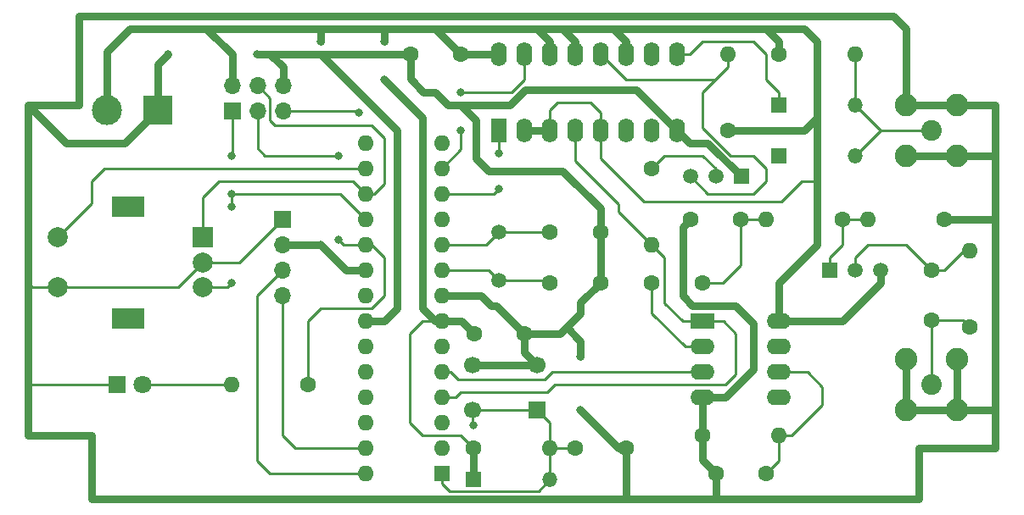
<source format=gbr>
%TF.GenerationSoftware,KiCad,Pcbnew,(6.0.6)*%
%TF.CreationDate,2022-10-04T18:50:56+01:00*%
%TF.ProjectId,VideoTrigger,56696465-6f54-4726-9967-6765722e6b69,rev?*%
%TF.SameCoordinates,Original*%
%TF.FileFunction,Copper,L2,Bot*%
%TF.FilePolarity,Positive*%
%FSLAX46Y46*%
G04 Gerber Fmt 4.6, Leading zero omitted, Abs format (unit mm)*
G04 Created by KiCad (PCBNEW (6.0.6)) date 2022-10-04 18:50:56*
%MOMM*%
%LPD*%
G01*
G04 APERTURE LIST*
%TA.AperFunction,ComponentPad*%
%ADD10R,1.500000X1.500000*%
%TD*%
%TA.AperFunction,ComponentPad*%
%ADD11C,1.500000*%
%TD*%
%TA.AperFunction,ComponentPad*%
%ADD12R,3.000000X3.000000*%
%TD*%
%TA.AperFunction,ComponentPad*%
%ADD13C,3.000000*%
%TD*%
%TA.AperFunction,ComponentPad*%
%ADD14R,1.600000X1.600000*%
%TD*%
%TA.AperFunction,ComponentPad*%
%ADD15O,1.600000X1.600000*%
%TD*%
%TA.AperFunction,ComponentPad*%
%ADD16O,1.700000X1.700000*%
%TD*%
%TA.AperFunction,ComponentPad*%
%ADD17R,1.700000X1.700000*%
%TD*%
%TA.AperFunction,ComponentPad*%
%ADD18C,2.050000*%
%TD*%
%TA.AperFunction,ComponentPad*%
%ADD19C,2.250000*%
%TD*%
%TA.AperFunction,ComponentPad*%
%ADD20R,1.600000X2.400000*%
%TD*%
%TA.AperFunction,ComponentPad*%
%ADD21O,1.600000X2.400000*%
%TD*%
%TA.AperFunction,ComponentPad*%
%ADD22R,2.400000X1.600000*%
%TD*%
%TA.AperFunction,ComponentPad*%
%ADD23O,2.400000X1.600000*%
%TD*%
%TA.AperFunction,ComponentPad*%
%ADD24R,2.000000X2.000000*%
%TD*%
%TA.AperFunction,ComponentPad*%
%ADD25C,2.000000*%
%TD*%
%TA.AperFunction,ComponentPad*%
%ADD26R,3.200000X2.000000*%
%TD*%
%TA.AperFunction,ComponentPad*%
%ADD27C,1.700000*%
%TD*%
%TA.AperFunction,ComponentPad*%
%ADD28C,1.600000*%
%TD*%
%TA.AperFunction,ComponentPad*%
%ADD29O,1.500000X1.500000*%
%TD*%
%TA.AperFunction,ComponentPad*%
%ADD30R,1.800000X1.800000*%
%TD*%
%TA.AperFunction,ComponentPad*%
%ADD31C,1.800000*%
%TD*%
%TA.AperFunction,ViaPad*%
%ADD32C,0.800000*%
%TD*%
%TA.AperFunction,Conductor*%
%ADD33C,0.250000*%
%TD*%
%TA.AperFunction,Conductor*%
%ADD34C,0.800000*%
%TD*%
G04 APERTURE END LIST*
D10*
%TO.P,Q2,1,E*%
%TO.N,GND*%
X181620000Y-129090000D03*
D11*
%TO.P,Q2,2,B*%
%TO.N,Net-(R6-Pad1)*%
X179080000Y-129090000D03*
%TO.P,Q2,3,C*%
%TO.N,Net-(R5-Pad2)*%
X176540000Y-129090000D03*
%TD*%
D10*
%TO.P,Q1,1,E*%
%TO.N,Net-(R1-Pad1)*%
X190500000Y-138430000D03*
D11*
%TO.P,Q1,2,B*%
%TO.N,Net-(C9-Pad1)*%
X193040000Y-138430000D03*
%TO.P,Q1,3,C*%
%TO.N,+5V*%
X195580000Y-138430000D03*
%TD*%
D12*
%TO.P,J3,1,Pin_1*%
%TO.N,GND*%
X123444000Y-122428000D03*
D13*
%TO.P,J3,2,Pin_2*%
%TO.N,+5V*%
X118364000Y-122428000D03*
%TD*%
D14*
%TO.P,U1,1,~{RESET}/PC6*%
%TO.N,Net-(C7-Pad1)*%
X151765000Y-158750000D03*
D15*
%TO.P,U1,2,PD0*%
%TO.N,unconnected-(U1-Pad2)*%
X151765000Y-156210000D03*
%TO.P,U1,3,PD1*%
%TO.N,unconnected-(U1-Pad3)*%
X151765000Y-153670000D03*
%TO.P,U1,4,PD2*%
%TO.N,CSYNC*%
X151765000Y-151130000D03*
%TO.P,U1,5,PD3*%
%TO.N,FRAME*%
X151765000Y-148590000D03*
%TO.P,U1,6,PD4*%
%TO.N,unconnected-(U1-Pad6)*%
X151765000Y-146050000D03*
%TO.P,U1,7,VCC*%
%TO.N,+5V*%
X151765000Y-143510000D03*
%TO.P,U1,8,GND*%
%TO.N,GND*%
X151765000Y-140970000D03*
%TO.P,U1,9,XTAL1/PB6*%
%TO.N,Net-(C5-Pad2)*%
X151765000Y-138430000D03*
%TO.P,U1,10,XTAL2/PB7*%
%TO.N,Net-(C6-Pad2)*%
X151765000Y-135890000D03*
%TO.P,U1,11,PD5*%
%TO.N,unconnected-(U1-Pad11)*%
X151765000Y-133350000D03*
%TO.P,U1,12,PD6*%
%TO.N,ARM*%
X151765000Y-130810000D03*
%TO.P,U1,13,PD7*%
%TO.N,ARMN*%
X151765000Y-128270000D03*
%TO.P,U1,14,PB0*%
%TO.N,unconnected-(U1-Pad14)*%
X151765000Y-125730000D03*
%TO.P,U1,15,PB1*%
%TO.N,unconnected-(U1-Pad15)*%
X144145000Y-125730000D03*
%TO.P,U1,16,PB2*%
%TO.N,SW*%
X144145000Y-128270000D03*
%TO.P,U1,17,PB3*%
%TO.N,ENCA*%
X144145000Y-130810000D03*
%TO.P,U1,18,PB4*%
%TO.N,ENCB*%
X144145000Y-133350000D03*
%TO.P,U1,19,PB5*%
%TO.N,Net-(J2-Pad3)*%
X144145000Y-135890000D03*
%TO.P,U1,20,AVCC*%
%TO.N,+5V*%
X144145000Y-138430000D03*
%TO.P,U1,21,AREF*%
%TO.N,unconnected-(U1-Pad21)*%
X144145000Y-140970000D03*
%TO.P,U1,22,GND*%
%TO.N,GND*%
X144145000Y-143510000D03*
%TO.P,U1,23,PC0*%
%TO.N,unconnected-(U1-Pad23)*%
X144145000Y-146050000D03*
%TO.P,U1,24,PC1*%
%TO.N,unconnected-(U1-Pad24)*%
X144145000Y-148590000D03*
%TO.P,U1,25,PC2*%
%TO.N,unconnected-(U1-Pad25)*%
X144145000Y-151130000D03*
%TO.P,U1,26,PC3*%
%TO.N,unconnected-(U1-Pad26)*%
X144145000Y-153670000D03*
%TO.P,U1,27,PC4*%
%TO.N,SDA*%
X144145000Y-156210000D03*
%TO.P,U1,28,PC5*%
%TO.N,SCL*%
X144145000Y-158750000D03*
%TD*%
D11*
%TO.P,Y1,1,1*%
%TO.N,Net-(C6-Pad2)*%
X157480000Y-134620000D03*
%TO.P,Y1,2,2*%
%TO.N,Net-(C5-Pad2)*%
X157480000Y-139500000D03*
%TD*%
D16*
%TO.P,U4,4,SDA*%
%TO.N,SDA*%
X135890000Y-140970000D03*
%TO.P,U4,3,SCL*%
%TO.N,SCL*%
X135890000Y-138430000D03*
%TO.P,U4,2,VCC*%
%TO.N,+5V*%
X135890000Y-135890000D03*
D17*
%TO.P,U4,1,GND*%
%TO.N,GND*%
X135890000Y-133350000D03*
%TD*%
D18*
%TO.P,J5,1,In*%
%TO.N,Net-(D3-Pad2)*%
X200660000Y-124460000D03*
D19*
%TO.P,J5,2,Ext*%
%TO.N,GND*%
X203200000Y-127000000D03*
X198120000Y-127000000D03*
X198120000Y-121920000D03*
X203200000Y-121920000D03*
%TD*%
%TO.P,J1,2,Ext*%
%TO.N,GND*%
X198120000Y-147320000D03*
X198120000Y-152400000D03*
X203200000Y-152400000D03*
X203200000Y-147320000D03*
D18*
%TO.P,J1,1,In*%
%TO.N,Net-(C9-Pad2)*%
X200660000Y-149860000D03*
%TD*%
D20*
%TO.P,U3,1,~{R}*%
%TO.N,ARM*%
X157480000Y-124460000D03*
D21*
%TO.P,U3,2,J*%
%TO.N,+5V*%
X160020000Y-124460000D03*
%TO.P,U3,3,~{K}*%
X162560000Y-124460000D03*
%TO.P,U3,4,C*%
%TO.N,CSYNC*%
X165100000Y-124460000D03*
%TO.P,U3,5,~{S}*%
%TO.N,+5V*%
X167640000Y-124460000D03*
%TO.P,U3,6,Q*%
%TO.N,unconnected-(U3-Pad6)*%
X170180000Y-124460000D03*
%TO.P,U3,7,~{Q}*%
%TO.N,Net-(D4-Pad1)*%
X172720000Y-124460000D03*
%TO.P,U3,8,GND*%
%TO.N,GND*%
X175260000Y-124460000D03*
%TO.P,U3,9,~{Q}*%
%TO.N,Net-(D3-Pad1)*%
X175260000Y-116840000D03*
%TO.P,U3,10,Q*%
%TO.N,unconnected-(U3-Pad10)*%
X172720000Y-116840000D03*
%TO.P,U3,11,~{S}*%
%TO.N,+5V*%
X170180000Y-116840000D03*
%TO.P,U3,12,C*%
%TO.N,Net-(R5-Pad2)*%
X167640000Y-116840000D03*
%TO.P,U3,13,~{K}*%
%TO.N,+5V*%
X165100000Y-116840000D03*
%TO.P,U3,14,J*%
X162560000Y-116840000D03*
%TO.P,U3,15,~{R}*%
%TO.N,ARMN*%
X160020000Y-116840000D03*
%TO.P,U3,16,VCC*%
%TO.N,+5V*%
X157480000Y-116840000D03*
%TD*%
D22*
%TO.P,U2,1,CSYNC*%
%TO.N,CSYNC*%
X177785000Y-143520000D03*
D23*
%TO.P,U2,2,VIDEO*%
%TO.N,Net-(C3-Pad1)*%
X177785000Y-146060000D03*
%TO.P,U2,3,FRAME*%
%TO.N,FRAME*%
X177785000Y-148600000D03*
%TO.P,U2,4,GND*%
%TO.N,GND*%
X177785000Y-151140000D03*
%TO.P,U2,5,BURST*%
%TO.N,unconnected-(U2-Pad5)*%
X185405000Y-151140000D03*
%TO.P,U2,6,INT*%
%TO.N,Net-(C4-Pad1)*%
X185405000Y-148600000D03*
%TO.P,U2,7,O/E*%
%TO.N,unconnected-(U2-Pad7)*%
X185405000Y-146060000D03*
%TO.P,U2,8,VCC*%
%TO.N,+5V*%
X185405000Y-143520000D03*
%TD*%
D24*
%TO.P,SW2,A,A*%
%TO.N,ENCA*%
X127900000Y-135168000D03*
D25*
%TO.P,SW2,B,B*%
%TO.N,ENCB*%
X127900000Y-140168000D03*
%TO.P,SW2,C,C*%
%TO.N,GND*%
X127900000Y-137668000D03*
D26*
%TO.P,SW2,MP*%
%TO.N,N/C*%
X120400000Y-143268000D03*
X120400000Y-132068000D03*
D25*
%TO.P,SW2,S1,S1*%
%TO.N,GND*%
X113400000Y-140168000D03*
%TO.P,SW2,S2,S2*%
%TO.N,SW*%
X113400000Y-135168000D03*
%TD*%
D27*
%TO.P,SW1,1,1*%
%TO.N,Net-(C7-Pad1)*%
X154790000Y-152400000D03*
D17*
X161290000Y-152400000D03*
D27*
%TO.P,SW1,2,2*%
%TO.N,GND*%
X154790000Y-147900000D03*
X161290000Y-147900000D03*
%TD*%
D28*
%TO.P,R9,1*%
%TO.N,GND*%
X201930000Y-133350000D03*
D15*
%TO.P,R9,2*%
%TO.N,Net-(R1-Pad1)*%
X194310000Y-133350000D03*
%TD*%
%TO.P,R8,2*%
%TO.N,Net-(C9-Pad1)*%
X204470000Y-136525000D03*
D28*
%TO.P,R8,1*%
%TO.N,Net-(C9-Pad2)*%
X204470000Y-144145000D03*
%TD*%
%TO.P,R7,1*%
%TO.N,+5V*%
X185420000Y-116840000D03*
D15*
%TO.P,R7,2*%
%TO.N,Net-(D3-Pad2)*%
X193040000Y-116840000D03*
%TD*%
D28*
%TO.P,R6,1*%
%TO.N,Net-(R6-Pad1)*%
X172720000Y-128270000D03*
D15*
%TO.P,R6,2*%
%TO.N,CSYNC*%
X172720000Y-135890000D03*
%TD*%
D28*
%TO.P,R5,1*%
%TO.N,+5V*%
X180340000Y-124460000D03*
D15*
%TO.P,R5,2*%
%TO.N,Net-(R5-Pad2)*%
X180340000Y-116840000D03*
%TD*%
D28*
%TO.P,R4,1*%
%TO.N,+5V*%
X154940000Y-156210000D03*
D15*
%TO.P,R4,2*%
%TO.N,Net-(C7-Pad1)*%
X162560000Y-156210000D03*
%TD*%
D28*
%TO.P,R3,1*%
%TO.N,Net-(J2-Pad3)*%
X138430000Y-149860000D03*
D15*
%TO.P,R3,2*%
%TO.N,Net-(R3-Pad2)*%
X130810000Y-149860000D03*
%TD*%
D28*
%TO.P,R2,1*%
%TO.N,GND*%
X177800000Y-154940000D03*
D15*
%TO.P,R2,2*%
%TO.N,Net-(C4-Pad1)*%
X185420000Y-154940000D03*
%TD*%
D28*
%TO.P,R1,1*%
%TO.N,Net-(R1-Pad1)*%
X191770000Y-133350000D03*
D15*
%TO.P,R1,2*%
%TO.N,Net-(C2-Pad1)*%
X184150000Y-133350000D03*
%TD*%
D17*
%TO.P,J2,1,Pin_1*%
%TO.N,ENCB*%
X130825000Y-122560000D03*
D16*
%TO.P,J2,2,Pin_2*%
%TO.N,+5V*%
X130825000Y-120020000D03*
%TO.P,J2,3,Pin_3*%
%TO.N,Net-(J2-Pad3)*%
X133365000Y-122560000D03*
%TO.P,J2,4,Pin_4*%
%TO.N,ENCA*%
X133365000Y-120020000D03*
%TO.P,J2,5,Pin_5*%
%TO.N,Net-(C7-Pad1)*%
X135905000Y-122560000D03*
%TO.P,J2,6,Pin_6*%
%TO.N,GND*%
X135905000Y-120020000D03*
%TD*%
D10*
%TO.P,D4,1,K*%
%TO.N,Net-(D4-Pad1)*%
X185420000Y-127000000D03*
D29*
%TO.P,D4,2,A*%
%TO.N,Net-(D3-Pad2)*%
X193040000Y-127000000D03*
%TD*%
D10*
%TO.P,D3,1,K*%
%TO.N,Net-(D3-Pad1)*%
X185420000Y-121920000D03*
D29*
%TO.P,D3,2,A*%
%TO.N,Net-(D3-Pad2)*%
X193040000Y-121920000D03*
%TD*%
D10*
%TO.P,D2,1,K*%
%TO.N,+5V*%
X154940000Y-159385000D03*
D29*
%TO.P,D2,2,A*%
%TO.N,Net-(C7-Pad1)*%
X162560000Y-159385000D03*
%TD*%
D30*
%TO.P,D1,1,K*%
%TO.N,GND*%
X119380000Y-149860000D03*
D31*
%TO.P,D1,2,A*%
%TO.N,Net-(R3-Pad2)*%
X121920000Y-149860000D03*
%TD*%
D28*
%TO.P,C9,1*%
%TO.N,Net-(C9-Pad1)*%
X200660000Y-138430000D03*
%TO.P,C9,2*%
%TO.N,Net-(C9-Pad2)*%
X200660000Y-143430000D03*
%TD*%
%TO.P,C8,1*%
%TO.N,+5V*%
X153630000Y-116840000D03*
%TO.P,C8,2*%
%TO.N,GND*%
X148630000Y-116840000D03*
%TD*%
%TO.P,C7,1*%
%TO.N,Net-(C7-Pad1)*%
X165100000Y-156210000D03*
%TO.P,C7,2*%
%TO.N,GND*%
X170100000Y-156210000D03*
%TD*%
%TO.P,C6,1*%
%TO.N,GND*%
X167560000Y-134620000D03*
%TO.P,C6,2*%
%TO.N,Net-(C6-Pad2)*%
X162560000Y-134620000D03*
%TD*%
%TO.P,C5,1*%
%TO.N,GND*%
X167560000Y-139700000D03*
%TO.P,C5,2*%
%TO.N,Net-(C5-Pad2)*%
X162560000Y-139700000D03*
%TD*%
%TO.P,C4,1*%
%TO.N,Net-(C4-Pad1)*%
X184150000Y-158750000D03*
%TO.P,C4,2*%
%TO.N,GND*%
X179150000Y-158750000D03*
%TD*%
%TO.P,C3,2*%
%TO.N,Net-(C2-Pad1)*%
X177720000Y-139700000D03*
%TO.P,C3,1*%
%TO.N,Net-(C3-Pad1)*%
X172720000Y-139700000D03*
%TD*%
%TO.P,C2,1*%
%TO.N,Net-(C2-Pad1)*%
X181610000Y-133350000D03*
%TO.P,C2,2*%
%TO.N,GND*%
X176610000Y-133350000D03*
%TD*%
%TO.P,C1,1*%
%TO.N,+5V*%
X155020000Y-144780000D03*
%TO.P,C1,2*%
%TO.N,GND*%
X160020000Y-144780000D03*
%TD*%
D32*
%TO.N,Net-(J2-Pad3)*%
X141478000Y-135382000D03*
X141478000Y-127000000D03*
%TO.N,Net-(C7-Pad1)*%
X143510000Y-122682000D03*
X154940000Y-153924000D03*
%TO.N,ARM*%
X157480000Y-130302000D03*
X157480000Y-126746000D03*
%TO.N,GND*%
X165608000Y-147066000D03*
X165608000Y-152400000D03*
%TO.N,+5V*%
X146050000Y-119380000D03*
X146050000Y-115570000D03*
X139700000Y-115570000D03*
X139700000Y-135890000D03*
%TO.N,ENCB*%
X130810000Y-139700000D03*
X130810000Y-132080000D03*
X130810000Y-127000000D03*
X130810000Y-130810000D03*
%TO.N,ARMN*%
X153670000Y-120650000D03*
X153670000Y-124460000D03*
%TO.N,GND*%
X133350000Y-116840000D03*
X124460000Y-116840000D03*
%TD*%
D33*
%TO.N,Net-(C7-Pad1)*%
X152530000Y-160565000D02*
X161380000Y-160565000D01*
X151765000Y-159800000D02*
X152530000Y-160565000D01*
X151765000Y-158750000D02*
X151765000Y-159800000D01*
D34*
%TO.N,+5V*%
X154940000Y-159385000D02*
X154940000Y-156210000D01*
D33*
%TO.N,Net-(C7-Pad1)*%
X161380000Y-160565000D02*
X162560000Y-159385000D01*
X162560000Y-159385000D02*
X162560000Y-156210000D01*
%TO.N,Net-(C9-Pad2)*%
X200660000Y-149860000D02*
X200660000Y-143430000D01*
X203755000Y-143430000D02*
X204470000Y-144145000D01*
X200660000Y-143430000D02*
X203755000Y-143430000D01*
%TO.N,Net-(C9-Pad1)*%
X198120000Y-135890000D02*
X200660000Y-138430000D01*
X194310000Y-135890000D02*
X198120000Y-135890000D01*
X193040000Y-137160000D02*
X194310000Y-135890000D01*
X193040000Y-138430000D02*
X193040000Y-137160000D01*
X201930000Y-138430000D02*
X203835000Y-136525000D01*
X200660000Y-138430000D02*
X201930000Y-138430000D01*
X203835000Y-136525000D02*
X204470000Y-136525000D01*
%TO.N,Net-(C4-Pad1)*%
X188224000Y-148600000D02*
X185405000Y-148600000D01*
X189738000Y-150114000D02*
X188224000Y-148600000D01*
X189738000Y-151892000D02*
X189738000Y-150114000D01*
X186690000Y-154940000D02*
X189738000Y-151892000D01*
X185420000Y-154940000D02*
X186690000Y-154940000D01*
X184150000Y-158750000D02*
X185420000Y-157480000D01*
D34*
%TO.N,GND*%
X177785000Y-151140000D02*
X177785000Y-154925000D01*
X177785000Y-154925000D02*
X177800000Y-154940000D01*
X177800000Y-157400000D02*
X179150000Y-158750000D01*
X177800000Y-154940000D02*
X177800000Y-157400000D01*
D33*
%TO.N,Net-(C4-Pad1)*%
X185420000Y-157480000D02*
X185420000Y-154940000D01*
D34*
%TO.N,GND*%
X179150000Y-158750000D02*
X179150000Y-161210000D01*
X179150000Y-161210000D02*
X179070000Y-161290000D01*
D33*
%TO.N,ENCA*%
X144780000Y-123952000D02*
X135128000Y-123952000D01*
X134620000Y-123444000D02*
X134620000Y-121275000D01*
X134620000Y-121275000D02*
X133365000Y-120020000D01*
X146050000Y-125222000D02*
X144780000Y-123952000D01*
X146050000Y-129794000D02*
X146050000Y-125222000D01*
X144145000Y-130810000D02*
X145034000Y-130810000D01*
X145034000Y-130810000D02*
X146050000Y-129794000D01*
X135128000Y-123952000D02*
X134620000Y-123444000D01*
%TO.N,Net-(J2-Pad3)*%
X141986000Y-135890000D02*
X144145000Y-135890000D01*
X141478000Y-135382000D02*
X141986000Y-135890000D01*
X133365000Y-126253000D02*
X134112000Y-127000000D01*
X134112000Y-127000000D02*
X141478000Y-127000000D01*
X133365000Y-122560000D02*
X133365000Y-126253000D01*
D34*
%TO.N,GND*%
X156718000Y-141986000D02*
X157226000Y-141986000D01*
X155702000Y-140970000D02*
X156718000Y-141986000D01*
X151765000Y-140970000D02*
X155702000Y-140970000D01*
X157226000Y-141986000D02*
X160020000Y-144780000D01*
D33*
%TO.N,Net-(C7-Pad1)*%
X143388000Y-122560000D02*
X135905000Y-122560000D01*
X143510000Y-122682000D02*
X143388000Y-122560000D01*
X154790000Y-153774000D02*
X154940000Y-153924000D01*
X154790000Y-152400000D02*
X154790000Y-153774000D01*
%TO.N,Net-(R3-Pad2)*%
X121920000Y-149860000D02*
X130810000Y-149860000D01*
D34*
%TO.N,GND*%
X206756000Y-133350000D02*
X207010000Y-133604000D01*
X201930000Y-133350000D02*
X206756000Y-133350000D01*
X207010000Y-133604000D02*
X207010000Y-152400000D01*
X207010000Y-126746000D02*
X207010000Y-133604000D01*
D33*
%TO.N,Net-(D3-Pad2)*%
X193040000Y-121920000D02*
X193040000Y-116840000D01*
X193040000Y-127000000D02*
X195580000Y-124460000D01*
X195580000Y-124460000D02*
X200660000Y-124460000D01*
X193040000Y-121920000D02*
X195580000Y-124460000D01*
D34*
%TO.N,GND*%
X203200000Y-127000000D02*
X206756000Y-127000000D01*
X206756000Y-127000000D02*
X207010000Y-126746000D01*
X207010000Y-121920000D02*
X207010000Y-126746000D01*
X198120000Y-127000000D02*
X203200000Y-127000000D01*
X180076000Y-151140000D02*
X177785000Y-151140000D01*
X182880000Y-148336000D02*
X180076000Y-151140000D01*
X182880000Y-143764000D02*
X182880000Y-148336000D01*
X181102000Y-141986000D02*
X182880000Y-143764000D01*
X176784000Y-141986000D02*
X181102000Y-141986000D01*
X175810001Y-141012001D02*
X176784000Y-141986000D01*
X175810001Y-134149999D02*
X175810001Y-141012001D01*
X176610000Y-133350000D02*
X175810001Y-134149999D01*
D33*
%TO.N,Net-(C2-Pad1)*%
X181610000Y-137922000D02*
X181610000Y-133350000D01*
X179832000Y-139700000D02*
X181610000Y-137922000D01*
X177720000Y-139700000D02*
X179832000Y-139700000D01*
%TO.N,CSYNC*%
X173990000Y-141732000D02*
X173990000Y-137160000D01*
X173990000Y-137160000D02*
X172720000Y-135890000D01*
X175778000Y-143520000D02*
X173990000Y-141732000D01*
X177785000Y-143520000D02*
X175778000Y-143520000D01*
%TO.N,Net-(C3-Pad1)*%
X172720000Y-142748000D02*
X172720000Y-139700000D01*
X176032000Y-146060000D02*
X172720000Y-142748000D01*
X177785000Y-146060000D02*
X176032000Y-146060000D01*
%TO.N,Net-(C2-Pad1)*%
X181610000Y-133350000D02*
X184150000Y-133350000D01*
%TO.N,CSYNC*%
X169418000Y-131826000D02*
X169418000Y-132588000D01*
X165100000Y-127508000D02*
X169418000Y-131826000D01*
X169418000Y-132588000D02*
X172720000Y-135890000D01*
X165100000Y-124460000D02*
X165100000Y-127508000D01*
%TO.N,+5V*%
X187706000Y-129540000D02*
X189230000Y-129540000D01*
X185674000Y-131572000D02*
X187706000Y-129540000D01*
X171958000Y-131572000D02*
X185674000Y-131572000D01*
X167640000Y-127254000D02*
X171958000Y-131572000D01*
X167640000Y-124460000D02*
X167640000Y-127254000D01*
D34*
X189230000Y-123190000D02*
X189230000Y-129540000D01*
X189230000Y-129540000D02*
X189230000Y-135890000D01*
D33*
X167640000Y-122682000D02*
X167640000Y-124460000D01*
X163322000Y-121666000D02*
X166624000Y-121666000D01*
X166624000Y-121666000D02*
X167640000Y-122682000D01*
X162560000Y-122428000D02*
X163322000Y-121666000D01*
X162560000Y-124460000D02*
X162560000Y-122428000D01*
D34*
%TO.N,GND*%
X158505304Y-121920000D02*
X160029304Y-120396000D01*
X171196000Y-120396000D02*
X175260000Y-124460000D01*
X152400000Y-121920000D02*
X158505304Y-121920000D01*
X160029304Y-120396000D02*
X171196000Y-120396000D01*
X156464000Y-128524000D02*
X163830000Y-128524000D01*
X155194000Y-127254000D02*
X156464000Y-128524000D01*
X163830000Y-128524000D02*
X167560000Y-132254000D01*
X167560000Y-132254000D02*
X167560000Y-134620000D01*
X155194000Y-123444000D02*
X155194000Y-127254000D01*
X153670000Y-121920000D02*
X155194000Y-123444000D01*
X152400000Y-121920000D02*
X153670000Y-121920000D01*
D33*
%TO.N,ARM*%
X157480000Y-126746000D02*
X157480000Y-124460000D01*
X156972000Y-130810000D02*
X157480000Y-130302000D01*
X151765000Y-130810000D02*
X156972000Y-130810000D01*
D34*
%TO.N,GND*%
X165608000Y-145542000D02*
X164211000Y-144145000D01*
X165608000Y-147066000D02*
X165608000Y-145542000D01*
X163576000Y-144780000D02*
X164211000Y-144145000D01*
X164211000Y-144145000D02*
X165608000Y-142748000D01*
X170100000Y-156210000D02*
X169418000Y-156210000D01*
X169418000Y-156210000D02*
X165608000Y-152400000D01*
D33*
%TO.N,Net-(C6-Pad2)*%
X157480000Y-134620000D02*
X162560000Y-134620000D01*
X156210000Y-135890000D02*
X157480000Y-134620000D01*
X151765000Y-135890000D02*
X156210000Y-135890000D01*
%TO.N,Net-(C5-Pad2)*%
X162360000Y-139500000D02*
X162560000Y-139700000D01*
X157480000Y-139500000D02*
X162360000Y-139500000D01*
X156410000Y-138430000D02*
X157480000Y-139500000D01*
X151765000Y-138430000D02*
X156410000Y-138430000D01*
D34*
%TO.N,GND*%
X167560000Y-134620000D02*
X167560000Y-139700000D01*
X165608000Y-141652000D02*
X167560000Y-139700000D01*
X165608000Y-142748000D02*
X165608000Y-141652000D01*
X160020000Y-144780000D02*
X163576000Y-144780000D01*
D33*
%TO.N,FRAME*%
X162804000Y-148600000D02*
X177785000Y-148600000D01*
X162052000Y-149352000D02*
X162804000Y-148600000D01*
X153416000Y-149352000D02*
X162052000Y-149352000D01*
X151765000Y-148590000D02*
X152654000Y-148590000D01*
X152654000Y-148590000D02*
X153416000Y-149352000D01*
%TO.N,CSYNC*%
X179842000Y-143520000D02*
X177785000Y-143520000D01*
X181102000Y-148844000D02*
X181102000Y-144780000D01*
X180086000Y-149860000D02*
X181102000Y-148844000D01*
X163068000Y-149860000D02*
X180086000Y-149860000D01*
X162306000Y-150622000D02*
X163068000Y-149860000D01*
X153670000Y-150622000D02*
X162306000Y-150622000D01*
X153162000Y-151130000D02*
X153670000Y-150622000D01*
X151765000Y-151130000D02*
X153162000Y-151130000D01*
X181102000Y-144780000D02*
X179842000Y-143520000D01*
D34*
%TO.N,+5V*%
X146050000Y-119380000D02*
X149860000Y-123190000D01*
D33*
X149860000Y-143510000D02*
X151130000Y-143510000D01*
D34*
X149860000Y-123190000D02*
X149860000Y-142240000D01*
X149860000Y-142240000D02*
X151130000Y-143510000D01*
D33*
X151130000Y-143510000D02*
X151765000Y-143510000D01*
D34*
X146050000Y-114300000D02*
X146050000Y-115570000D01*
X146050000Y-114300000D02*
X151130000Y-114300000D01*
X139700000Y-114300000D02*
X146050000Y-114300000D01*
X139700000Y-135890000D02*
X142240000Y-138430000D01*
X142240000Y-138430000D02*
X144145000Y-138430000D01*
X139700000Y-135890000D02*
X135890000Y-135890000D01*
X139700000Y-114300000D02*
X139700000Y-115570000D01*
X128270000Y-114300000D02*
X139700000Y-114300000D01*
D33*
%TO.N,Net-(J2-Pad3)*%
X144780000Y-142240000D02*
X139700000Y-142240000D01*
X139700000Y-142240000D02*
X138430000Y-143510000D01*
X146050000Y-137160000D02*
X146050000Y-140970000D01*
X146050000Y-140970000D02*
X144780000Y-142240000D01*
X144780000Y-135890000D02*
X146050000Y-137160000D01*
X144145000Y-135890000D02*
X144780000Y-135890000D01*
X138430000Y-143510000D02*
X138430000Y-149860000D01*
D34*
%TO.N,GND*%
X147320000Y-124460000D02*
X139700000Y-116840000D01*
X147320000Y-142240000D02*
X147320000Y-124460000D01*
X144780000Y-143510000D02*
X146050000Y-143510000D01*
X146050000Y-143510000D02*
X147320000Y-142240000D01*
D33*
%TO.N,SCL*%
X133350000Y-157480000D02*
X134620000Y-158750000D01*
X133350000Y-140970000D02*
X133350000Y-157480000D01*
X135890000Y-138430000D02*
X133350000Y-140970000D01*
X134620000Y-158750000D02*
X144145000Y-158750000D01*
%TO.N,SDA*%
X137160000Y-156210000D02*
X144145000Y-156210000D01*
X135890000Y-154940000D02*
X137160000Y-156210000D01*
X135890000Y-140970000D02*
X135890000Y-154940000D01*
D34*
%TO.N,GND*%
X149940000Y-120650000D02*
X151130000Y-120650000D01*
X151130000Y-120650000D02*
X152400000Y-121920000D01*
X148630000Y-119340000D02*
X149940000Y-120650000D01*
X148630000Y-116840000D02*
X148630000Y-119340000D01*
X139700000Y-116840000D02*
X148630000Y-116840000D01*
X134620000Y-116840000D02*
X139700000Y-116840000D01*
D33*
X144145000Y-143510000D02*
X144780000Y-143510000D01*
%TO.N,SW*%
X116840000Y-129540000D02*
X118110000Y-128270000D01*
X116840000Y-131728000D02*
X116840000Y-129540000D01*
X118110000Y-128270000D02*
X144145000Y-128270000D01*
X113400000Y-135168000D02*
X116840000Y-131728000D01*
%TO.N,ENCB*%
X130342000Y-140168000D02*
X127900000Y-140168000D01*
X130810000Y-139700000D02*
X130342000Y-140168000D01*
X130810000Y-130810000D02*
X130810000Y-132080000D01*
X130810000Y-127000000D02*
X130825000Y-126985000D01*
X130825000Y-126985000D02*
X130825000Y-122560000D01*
X140970000Y-130810000D02*
X130810000Y-130810000D01*
X141605000Y-130810000D02*
X140970000Y-130810000D01*
X144145000Y-133350000D02*
X141605000Y-130810000D01*
%TO.N,ENCA*%
X129540000Y-129540000D02*
X127900000Y-131180000D01*
X127900000Y-131180000D02*
X127900000Y-135168000D01*
X142875000Y-129540000D02*
X129540000Y-129540000D01*
X144145000Y-130810000D02*
X142875000Y-129540000D01*
%TO.N,GND*%
X125400000Y-140168000D02*
X113400000Y-140168000D01*
X127900000Y-137668000D02*
X125400000Y-140168000D01*
X119380000Y-149860000D02*
X110490000Y-149860000D01*
D34*
X110490000Y-149860000D02*
X110490000Y-139700000D01*
X110490000Y-154940000D02*
X110490000Y-149860000D01*
D33*
X110958000Y-140168000D02*
X110490000Y-139700000D01*
X113400000Y-140168000D02*
X110958000Y-140168000D01*
D34*
X110490000Y-139700000D02*
X110490000Y-121920000D01*
D33*
X131572000Y-137668000D02*
X135890000Y-133350000D01*
X127900000Y-137668000D02*
X131572000Y-137668000D01*
%TO.N,+5V*%
X148590000Y-144780000D02*
X149860000Y-143510000D01*
X148590000Y-153670000D02*
X148590000Y-144780000D01*
X149860000Y-154940000D02*
X148590000Y-153670000D01*
X153670000Y-154940000D02*
X149860000Y-154940000D01*
X154940000Y-156210000D02*
X153670000Y-154940000D01*
%TO.N,Net-(C7-Pad1)*%
X161290000Y-152400000D02*
X154790000Y-152400000D01*
X162560000Y-153670000D02*
X161290000Y-152400000D01*
X162560000Y-156210000D02*
X162560000Y-153670000D01*
X162560000Y-156210000D02*
X165100000Y-156210000D01*
D34*
%TO.N,GND*%
X160020000Y-144780000D02*
X160020000Y-146630000D01*
X160020000Y-146630000D02*
X161290000Y-147900000D01*
X154790000Y-147900000D02*
X161290000Y-147900000D01*
X170100000Y-161210000D02*
X170180000Y-161290000D01*
X170180000Y-161290000D02*
X116840000Y-161290000D01*
X179070000Y-161290000D02*
X170180000Y-161290000D01*
X170100000Y-156210000D02*
X170100000Y-161210000D01*
X199390000Y-161290000D02*
X179070000Y-161290000D01*
D33*
%TO.N,ARMN*%
X153670000Y-126365000D02*
X151765000Y-128270000D01*
X153670000Y-124460000D02*
X153670000Y-126365000D01*
X158750000Y-120650000D02*
X153670000Y-120650000D01*
X160020000Y-119380000D02*
X158750000Y-120650000D01*
X160020000Y-116840000D02*
X160020000Y-119380000D01*
%TO.N,Net-(R5-Pad2)*%
X177800000Y-120650000D02*
X179070000Y-119380000D01*
X177800000Y-124244696D02*
X177800000Y-120650000D01*
X180555304Y-127000000D02*
X177800000Y-124244696D01*
X182880000Y-127000000D02*
X180555304Y-127000000D01*
X184150000Y-128270000D02*
X182880000Y-127000000D01*
X184150000Y-129540000D02*
X184150000Y-128270000D01*
X182880000Y-130810000D02*
X184150000Y-129540000D01*
X178260000Y-130810000D02*
X182880000Y-130810000D01*
X176540000Y-129090000D02*
X178260000Y-130810000D01*
%TO.N,Net-(R6-Pad1)*%
X179080000Y-128280000D02*
X179080000Y-129090000D01*
X177800000Y-127000000D02*
X179080000Y-128280000D01*
X173990000Y-127000000D02*
X177800000Y-127000000D01*
X172720000Y-128270000D02*
X173990000Y-127000000D01*
%TO.N,Net-(D3-Pad1)*%
X185420000Y-120650000D02*
X185420000Y-121920000D01*
X184150000Y-116840000D02*
X184150000Y-119380000D01*
X182880000Y-115570000D02*
X184150000Y-116840000D01*
X177800000Y-115570000D02*
X182880000Y-115570000D01*
X184150000Y-119380000D02*
X185420000Y-120650000D01*
X176530000Y-116840000D02*
X177800000Y-115570000D01*
X175260000Y-116840000D02*
X176530000Y-116840000D01*
%TO.N,Net-(R5-Pad2)*%
X170180000Y-119380000D02*
X179070000Y-119380000D01*
X179070000Y-119380000D02*
X180340000Y-118110000D01*
X180340000Y-118110000D02*
X180340000Y-116840000D01*
X167640000Y-116840000D02*
X170180000Y-119380000D01*
D34*
%TO.N,GND*%
X176530000Y-125730000D02*
X178260000Y-125730000D01*
X175260000Y-124460000D02*
X176530000Y-125730000D01*
X178260000Y-125730000D02*
X181620000Y-129090000D01*
X135905000Y-120020000D02*
X135905000Y-118125000D01*
X135905000Y-118125000D02*
X134620000Y-116840000D01*
X133350000Y-116840000D02*
X134620000Y-116840000D01*
X123444000Y-117856000D02*
X124460000Y-116840000D01*
X123444000Y-122428000D02*
X123444000Y-117856000D01*
%TO.N,+5V*%
X153750000Y-143510000D02*
X155020000Y-144780000D01*
X151765000Y-143510000D02*
X153750000Y-143510000D01*
X130825000Y-120020000D02*
X130825000Y-116855000D01*
X120650000Y-114300000D02*
X128270000Y-114300000D01*
X130825000Y-116855000D02*
X128270000Y-114300000D01*
X160020000Y-124460000D02*
X162560000Y-124460000D01*
%TO.N,GND*%
X198120000Y-114300000D02*
X198120000Y-121920000D01*
X196850000Y-113030000D02*
X198120000Y-114300000D01*
X115570000Y-113030000D02*
X196850000Y-113030000D01*
X115570000Y-121920000D02*
X115570000Y-113030000D01*
X110490000Y-121920000D02*
X115570000Y-121920000D01*
X116840000Y-154940000D02*
X110490000Y-154940000D01*
X199390000Y-156210000D02*
X199390000Y-161290000D01*
X207010000Y-156210000D02*
X199390000Y-156210000D01*
X116840000Y-161290000D02*
X116840000Y-154940000D01*
X207010000Y-152400000D02*
X207010000Y-156210000D01*
X207010000Y-152400000D02*
X203200000Y-152400000D01*
X203200000Y-121920000D02*
X207010000Y-121920000D01*
X198120000Y-121920000D02*
X203200000Y-121920000D01*
X114300000Y-125730000D02*
X110490000Y-121920000D01*
X120142000Y-125730000D02*
X114300000Y-125730000D01*
X123444000Y-122428000D02*
X120142000Y-125730000D01*
X203200000Y-152400000D02*
X203200000Y-147320000D01*
X198120000Y-152400000D02*
X203200000Y-152400000D01*
X198120000Y-147320000D02*
X198120000Y-152400000D01*
D33*
%TO.N,Net-(R1-Pad1)*%
X190500000Y-137160000D02*
X190500000Y-138430000D01*
X191770000Y-135890000D02*
X190500000Y-137160000D01*
X191770000Y-133350000D02*
X191770000Y-135890000D01*
X191770000Y-133350000D02*
X194310000Y-133350000D01*
D34*
%TO.N,+5V*%
X185405000Y-139715000D02*
X185405000Y-143520000D01*
X189230000Y-135890000D02*
X185405000Y-139715000D01*
X195580000Y-139700000D02*
X195580000Y-138430000D01*
X191760000Y-143520000D02*
X195580000Y-139700000D01*
X185405000Y-143520000D02*
X191760000Y-143520000D01*
X187960000Y-124460000D02*
X180340000Y-124460000D01*
X189230000Y-123190000D02*
X187960000Y-124460000D01*
X189230000Y-115570000D02*
X189230000Y-123190000D01*
X187960000Y-114300000D02*
X189230000Y-115570000D01*
X184150000Y-114300000D02*
X187960000Y-114300000D01*
X185420000Y-115570000D02*
X185420000Y-116840000D01*
X184150000Y-114300000D02*
X185420000Y-115570000D01*
X168910000Y-114300000D02*
X184150000Y-114300000D01*
X168910000Y-114300000D02*
X170180000Y-115570000D01*
X163830000Y-114300000D02*
X168910000Y-114300000D01*
X170180000Y-115570000D02*
X170180000Y-116840000D01*
X163830000Y-114300000D02*
X165100000Y-115570000D01*
X161290000Y-114300000D02*
X163830000Y-114300000D01*
X165100000Y-115570000D02*
X165100000Y-116840000D01*
X162560000Y-115570000D02*
X162560000Y-116840000D01*
X161290000Y-114300000D02*
X162560000Y-115570000D01*
X151130000Y-114300000D02*
X161290000Y-114300000D01*
X153630000Y-116840000D02*
X157480000Y-116840000D01*
X151130000Y-114300000D02*
X151130000Y-114340000D01*
X151130000Y-114340000D02*
X153630000Y-116840000D01*
X118364000Y-116586000D02*
X120650000Y-114300000D01*
X118364000Y-122428000D02*
X118364000Y-116586000D01*
%TD*%
M02*

</source>
